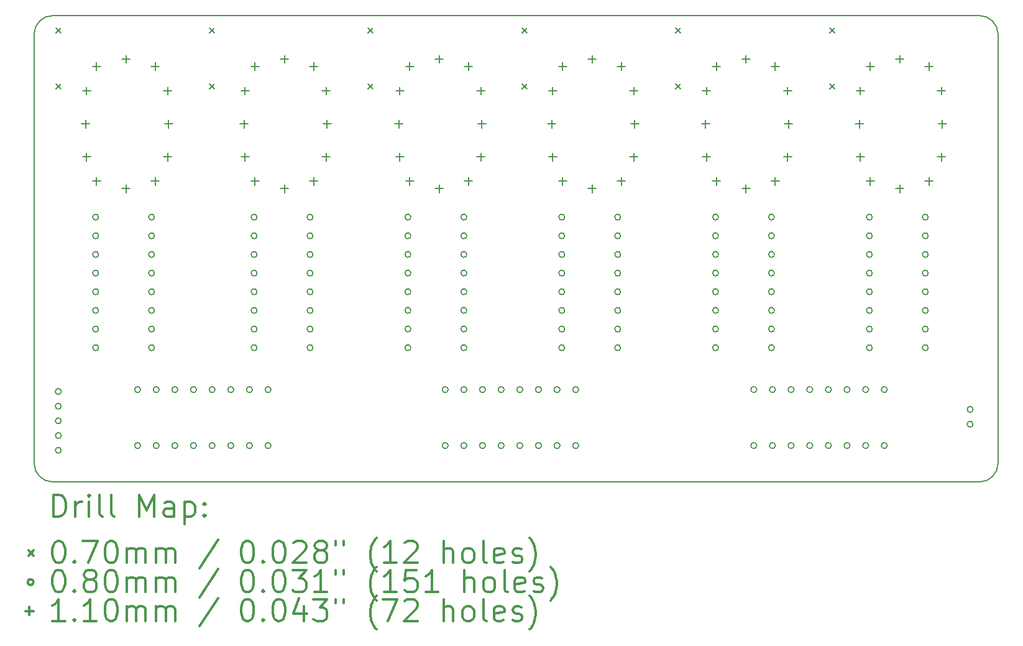
<source format=gbr>
%FSLAX45Y45*%
G04 Gerber Fmt 4.5, Leading zero omitted, Abs format (unit mm)*
G04 Created by KiCad (PCBNEW 4.0.7) date Sun Oct  1 03:05:29 2017*
%MOMM*%
%LPD*%
G01*
G04 APERTURE LIST*
%ADD10C,0.127000*%
%ADD11C,0.150000*%
%ADD12C,0.200000*%
%ADD13C,0.300000*%
G04 APERTURE END LIST*
D10*
D11*
X4064000Y-2286000D02*
G75*
G03X3810000Y-2540000I0J-254000D01*
G01*
X3810000Y-8382000D02*
G75*
G03X4064000Y-8636000I254000J0D01*
G01*
X16687800Y-8636000D02*
G75*
G03X16941800Y-8382000I0J254000D01*
G01*
X16941800Y-8382000D02*
X16941800Y-2540000D01*
X16941800Y-2540000D02*
G75*
G03X16687800Y-2286000I-254000J0D01*
G01*
X3810000Y-2540000D02*
X3810000Y-8382000D01*
X16687800Y-2286000D02*
X4064000Y-2286000D01*
X4064000Y-8636000D02*
X16687800Y-8636000D01*
D12*
X4105200Y-2454200D02*
X4175200Y-2524200D01*
X4175200Y-2454200D02*
X4105200Y-2524200D01*
X4105200Y-3216200D02*
X4175200Y-3286200D01*
X4175200Y-3216200D02*
X4105200Y-3286200D01*
X6200700Y-2454200D02*
X6270700Y-2524200D01*
X6270700Y-2454200D02*
X6200700Y-2524200D01*
X6200700Y-3216200D02*
X6270700Y-3286200D01*
X6270700Y-3216200D02*
X6200700Y-3286200D01*
X8359700Y-2454200D02*
X8429700Y-2524200D01*
X8429700Y-2454200D02*
X8359700Y-2524200D01*
X8359700Y-3216200D02*
X8429700Y-3286200D01*
X8429700Y-3216200D02*
X8359700Y-3286200D01*
X10455200Y-2454200D02*
X10525200Y-2524200D01*
X10525200Y-2454200D02*
X10455200Y-2524200D01*
X10455200Y-3216200D02*
X10525200Y-3286200D01*
X10525200Y-3216200D02*
X10455200Y-3286200D01*
X12550700Y-2454200D02*
X12620700Y-2524200D01*
X12620700Y-2454200D02*
X12550700Y-2524200D01*
X12550700Y-3216200D02*
X12620700Y-3286200D01*
X12620700Y-3216200D02*
X12550700Y-3286200D01*
X14646200Y-2454200D02*
X14716200Y-2524200D01*
X14716200Y-2454200D02*
X14646200Y-2524200D01*
X14646200Y-3216200D02*
X14716200Y-3286200D01*
X14716200Y-3216200D02*
X14646200Y-3286200D01*
X4180200Y-7404200D02*
G75*
G03X4180200Y-7404200I-40000J0D01*
G01*
X4180200Y-7604200D02*
G75*
G03X4180200Y-7604200I-40000J0D01*
G01*
X4180200Y-7804200D02*
G75*
G03X4180200Y-7804200I-40000J0D01*
G01*
X4180200Y-8004200D02*
G75*
G03X4180200Y-8004200I-40000J0D01*
G01*
X4180200Y-8204200D02*
G75*
G03X4180200Y-8204200I-40000J0D01*
G01*
X4688200Y-5029200D02*
G75*
G03X4688200Y-5029200I-40000J0D01*
G01*
X4688200Y-5283200D02*
G75*
G03X4688200Y-5283200I-40000J0D01*
G01*
X4688200Y-5537200D02*
G75*
G03X4688200Y-5537200I-40000J0D01*
G01*
X4688200Y-5791200D02*
G75*
G03X4688200Y-5791200I-40000J0D01*
G01*
X4688200Y-6045200D02*
G75*
G03X4688200Y-6045200I-40000J0D01*
G01*
X4688200Y-6299200D02*
G75*
G03X4688200Y-6299200I-40000J0D01*
G01*
X4688200Y-6553200D02*
G75*
G03X4688200Y-6553200I-40000J0D01*
G01*
X4688200Y-6807200D02*
G75*
G03X4688200Y-6807200I-40000J0D01*
G01*
X5259700Y-7378700D02*
G75*
G03X5259700Y-7378700I-40000J0D01*
G01*
X5259700Y-8140700D02*
G75*
G03X5259700Y-8140700I-40000J0D01*
G01*
X5450200Y-5029200D02*
G75*
G03X5450200Y-5029200I-40000J0D01*
G01*
X5450200Y-5283200D02*
G75*
G03X5450200Y-5283200I-40000J0D01*
G01*
X5450200Y-5537200D02*
G75*
G03X5450200Y-5537200I-40000J0D01*
G01*
X5450200Y-5791200D02*
G75*
G03X5450200Y-5791200I-40000J0D01*
G01*
X5450200Y-6045200D02*
G75*
G03X5450200Y-6045200I-40000J0D01*
G01*
X5450200Y-6299200D02*
G75*
G03X5450200Y-6299200I-40000J0D01*
G01*
X5450200Y-6553200D02*
G75*
G03X5450200Y-6553200I-40000J0D01*
G01*
X5450200Y-6807200D02*
G75*
G03X5450200Y-6807200I-40000J0D01*
G01*
X5513700Y-7378700D02*
G75*
G03X5513700Y-7378700I-40000J0D01*
G01*
X5513700Y-8140700D02*
G75*
G03X5513700Y-8140700I-40000J0D01*
G01*
X5767700Y-7378700D02*
G75*
G03X5767700Y-7378700I-40000J0D01*
G01*
X5767700Y-8140700D02*
G75*
G03X5767700Y-8140700I-40000J0D01*
G01*
X6021700Y-7378700D02*
G75*
G03X6021700Y-7378700I-40000J0D01*
G01*
X6021700Y-8140700D02*
G75*
G03X6021700Y-8140700I-40000J0D01*
G01*
X6275700Y-7378700D02*
G75*
G03X6275700Y-7378700I-40000J0D01*
G01*
X6275700Y-8140700D02*
G75*
G03X6275700Y-8140700I-40000J0D01*
G01*
X6529700Y-7378700D02*
G75*
G03X6529700Y-7378700I-40000J0D01*
G01*
X6529700Y-8140700D02*
G75*
G03X6529700Y-8140700I-40000J0D01*
G01*
X6783700Y-7378700D02*
G75*
G03X6783700Y-7378700I-40000J0D01*
G01*
X6783700Y-8140700D02*
G75*
G03X6783700Y-8140700I-40000J0D01*
G01*
X6847200Y-5029200D02*
G75*
G03X6847200Y-5029200I-40000J0D01*
G01*
X6847200Y-5283200D02*
G75*
G03X6847200Y-5283200I-40000J0D01*
G01*
X6847200Y-5537200D02*
G75*
G03X6847200Y-5537200I-40000J0D01*
G01*
X6847200Y-5791200D02*
G75*
G03X6847200Y-5791200I-40000J0D01*
G01*
X6847200Y-6045200D02*
G75*
G03X6847200Y-6045200I-40000J0D01*
G01*
X6847200Y-6299200D02*
G75*
G03X6847200Y-6299200I-40000J0D01*
G01*
X6847200Y-6553200D02*
G75*
G03X6847200Y-6553200I-40000J0D01*
G01*
X6847200Y-6807200D02*
G75*
G03X6847200Y-6807200I-40000J0D01*
G01*
X7037700Y-7378700D02*
G75*
G03X7037700Y-7378700I-40000J0D01*
G01*
X7037700Y-8140700D02*
G75*
G03X7037700Y-8140700I-40000J0D01*
G01*
X7609200Y-5029200D02*
G75*
G03X7609200Y-5029200I-40000J0D01*
G01*
X7609200Y-5283200D02*
G75*
G03X7609200Y-5283200I-40000J0D01*
G01*
X7609200Y-5537200D02*
G75*
G03X7609200Y-5537200I-40000J0D01*
G01*
X7609200Y-5791200D02*
G75*
G03X7609200Y-5791200I-40000J0D01*
G01*
X7609200Y-6045200D02*
G75*
G03X7609200Y-6045200I-40000J0D01*
G01*
X7609200Y-6299200D02*
G75*
G03X7609200Y-6299200I-40000J0D01*
G01*
X7609200Y-6553200D02*
G75*
G03X7609200Y-6553200I-40000J0D01*
G01*
X7609200Y-6807200D02*
G75*
G03X7609200Y-6807200I-40000J0D01*
G01*
X8942700Y-5029200D02*
G75*
G03X8942700Y-5029200I-40000J0D01*
G01*
X8942700Y-5283200D02*
G75*
G03X8942700Y-5283200I-40000J0D01*
G01*
X8942700Y-5537200D02*
G75*
G03X8942700Y-5537200I-40000J0D01*
G01*
X8942700Y-5791200D02*
G75*
G03X8942700Y-5791200I-40000J0D01*
G01*
X8942700Y-6045200D02*
G75*
G03X8942700Y-6045200I-40000J0D01*
G01*
X8942700Y-6299200D02*
G75*
G03X8942700Y-6299200I-40000J0D01*
G01*
X8942700Y-6553200D02*
G75*
G03X8942700Y-6553200I-40000J0D01*
G01*
X8942700Y-6807200D02*
G75*
G03X8942700Y-6807200I-40000J0D01*
G01*
X9450700Y-7378700D02*
G75*
G03X9450700Y-7378700I-40000J0D01*
G01*
X9450700Y-8140700D02*
G75*
G03X9450700Y-8140700I-40000J0D01*
G01*
X9704700Y-5029200D02*
G75*
G03X9704700Y-5029200I-40000J0D01*
G01*
X9704700Y-5283200D02*
G75*
G03X9704700Y-5283200I-40000J0D01*
G01*
X9704700Y-5537200D02*
G75*
G03X9704700Y-5537200I-40000J0D01*
G01*
X9704700Y-5791200D02*
G75*
G03X9704700Y-5791200I-40000J0D01*
G01*
X9704700Y-6045200D02*
G75*
G03X9704700Y-6045200I-40000J0D01*
G01*
X9704700Y-6299200D02*
G75*
G03X9704700Y-6299200I-40000J0D01*
G01*
X9704700Y-6553200D02*
G75*
G03X9704700Y-6553200I-40000J0D01*
G01*
X9704700Y-6807200D02*
G75*
G03X9704700Y-6807200I-40000J0D01*
G01*
X9704700Y-7378700D02*
G75*
G03X9704700Y-7378700I-40000J0D01*
G01*
X9704700Y-8140700D02*
G75*
G03X9704700Y-8140700I-40000J0D01*
G01*
X9958700Y-7378700D02*
G75*
G03X9958700Y-7378700I-40000J0D01*
G01*
X9958700Y-8140700D02*
G75*
G03X9958700Y-8140700I-40000J0D01*
G01*
X10212700Y-7378700D02*
G75*
G03X10212700Y-7378700I-40000J0D01*
G01*
X10212700Y-8140700D02*
G75*
G03X10212700Y-8140700I-40000J0D01*
G01*
X10466700Y-7378700D02*
G75*
G03X10466700Y-7378700I-40000J0D01*
G01*
X10466700Y-8140700D02*
G75*
G03X10466700Y-8140700I-40000J0D01*
G01*
X10720700Y-7378700D02*
G75*
G03X10720700Y-7378700I-40000J0D01*
G01*
X10720700Y-8140700D02*
G75*
G03X10720700Y-8140700I-40000J0D01*
G01*
X10974700Y-7378700D02*
G75*
G03X10974700Y-7378700I-40000J0D01*
G01*
X10974700Y-8140700D02*
G75*
G03X10974700Y-8140700I-40000J0D01*
G01*
X11038200Y-5029200D02*
G75*
G03X11038200Y-5029200I-40000J0D01*
G01*
X11038200Y-5283200D02*
G75*
G03X11038200Y-5283200I-40000J0D01*
G01*
X11038200Y-5537200D02*
G75*
G03X11038200Y-5537200I-40000J0D01*
G01*
X11038200Y-5791200D02*
G75*
G03X11038200Y-5791200I-40000J0D01*
G01*
X11038200Y-6045200D02*
G75*
G03X11038200Y-6045200I-40000J0D01*
G01*
X11038200Y-6299200D02*
G75*
G03X11038200Y-6299200I-40000J0D01*
G01*
X11038200Y-6553200D02*
G75*
G03X11038200Y-6553200I-40000J0D01*
G01*
X11038200Y-6807200D02*
G75*
G03X11038200Y-6807200I-40000J0D01*
G01*
X11228700Y-7378700D02*
G75*
G03X11228700Y-7378700I-40000J0D01*
G01*
X11228700Y-8140700D02*
G75*
G03X11228700Y-8140700I-40000J0D01*
G01*
X11800200Y-5029200D02*
G75*
G03X11800200Y-5029200I-40000J0D01*
G01*
X11800200Y-5283200D02*
G75*
G03X11800200Y-5283200I-40000J0D01*
G01*
X11800200Y-5537200D02*
G75*
G03X11800200Y-5537200I-40000J0D01*
G01*
X11800200Y-5791200D02*
G75*
G03X11800200Y-5791200I-40000J0D01*
G01*
X11800200Y-6045200D02*
G75*
G03X11800200Y-6045200I-40000J0D01*
G01*
X11800200Y-6299200D02*
G75*
G03X11800200Y-6299200I-40000J0D01*
G01*
X11800200Y-6553200D02*
G75*
G03X11800200Y-6553200I-40000J0D01*
G01*
X11800200Y-6807200D02*
G75*
G03X11800200Y-6807200I-40000J0D01*
G01*
X13133700Y-5029200D02*
G75*
G03X13133700Y-5029200I-40000J0D01*
G01*
X13133700Y-5283200D02*
G75*
G03X13133700Y-5283200I-40000J0D01*
G01*
X13133700Y-5537200D02*
G75*
G03X13133700Y-5537200I-40000J0D01*
G01*
X13133700Y-5791200D02*
G75*
G03X13133700Y-5791200I-40000J0D01*
G01*
X13133700Y-6045200D02*
G75*
G03X13133700Y-6045200I-40000J0D01*
G01*
X13133700Y-6299200D02*
G75*
G03X13133700Y-6299200I-40000J0D01*
G01*
X13133700Y-6553200D02*
G75*
G03X13133700Y-6553200I-40000J0D01*
G01*
X13133700Y-6807200D02*
G75*
G03X13133700Y-6807200I-40000J0D01*
G01*
X13654400Y-7378700D02*
G75*
G03X13654400Y-7378700I-40000J0D01*
G01*
X13654400Y-8140700D02*
G75*
G03X13654400Y-8140700I-40000J0D01*
G01*
X13895700Y-5029200D02*
G75*
G03X13895700Y-5029200I-40000J0D01*
G01*
X13895700Y-5283200D02*
G75*
G03X13895700Y-5283200I-40000J0D01*
G01*
X13895700Y-5537200D02*
G75*
G03X13895700Y-5537200I-40000J0D01*
G01*
X13895700Y-5791200D02*
G75*
G03X13895700Y-5791200I-40000J0D01*
G01*
X13895700Y-6045200D02*
G75*
G03X13895700Y-6045200I-40000J0D01*
G01*
X13895700Y-6299200D02*
G75*
G03X13895700Y-6299200I-40000J0D01*
G01*
X13895700Y-6553200D02*
G75*
G03X13895700Y-6553200I-40000J0D01*
G01*
X13895700Y-6807200D02*
G75*
G03X13895700Y-6807200I-40000J0D01*
G01*
X13908400Y-7378700D02*
G75*
G03X13908400Y-7378700I-40000J0D01*
G01*
X13908400Y-8140700D02*
G75*
G03X13908400Y-8140700I-40000J0D01*
G01*
X14162400Y-7378700D02*
G75*
G03X14162400Y-7378700I-40000J0D01*
G01*
X14162400Y-8140700D02*
G75*
G03X14162400Y-8140700I-40000J0D01*
G01*
X14416400Y-7378700D02*
G75*
G03X14416400Y-7378700I-40000J0D01*
G01*
X14416400Y-8140700D02*
G75*
G03X14416400Y-8140700I-40000J0D01*
G01*
X14670400Y-7378700D02*
G75*
G03X14670400Y-7378700I-40000J0D01*
G01*
X14670400Y-8140700D02*
G75*
G03X14670400Y-8140700I-40000J0D01*
G01*
X14924400Y-7378700D02*
G75*
G03X14924400Y-7378700I-40000J0D01*
G01*
X14924400Y-8140700D02*
G75*
G03X14924400Y-8140700I-40000J0D01*
G01*
X15178400Y-7378700D02*
G75*
G03X15178400Y-7378700I-40000J0D01*
G01*
X15178400Y-8140700D02*
G75*
G03X15178400Y-8140700I-40000J0D01*
G01*
X15229200Y-5029200D02*
G75*
G03X15229200Y-5029200I-40000J0D01*
G01*
X15229200Y-5283200D02*
G75*
G03X15229200Y-5283200I-40000J0D01*
G01*
X15229200Y-5537200D02*
G75*
G03X15229200Y-5537200I-40000J0D01*
G01*
X15229200Y-5791200D02*
G75*
G03X15229200Y-5791200I-40000J0D01*
G01*
X15229200Y-6045200D02*
G75*
G03X15229200Y-6045200I-40000J0D01*
G01*
X15229200Y-6299200D02*
G75*
G03X15229200Y-6299200I-40000J0D01*
G01*
X15229200Y-6553200D02*
G75*
G03X15229200Y-6553200I-40000J0D01*
G01*
X15229200Y-6807200D02*
G75*
G03X15229200Y-6807200I-40000J0D01*
G01*
X15432400Y-7378700D02*
G75*
G03X15432400Y-7378700I-40000J0D01*
G01*
X15432400Y-8140700D02*
G75*
G03X15432400Y-8140700I-40000J0D01*
G01*
X15991200Y-5029200D02*
G75*
G03X15991200Y-5029200I-40000J0D01*
G01*
X15991200Y-5283200D02*
G75*
G03X15991200Y-5283200I-40000J0D01*
G01*
X15991200Y-5537200D02*
G75*
G03X15991200Y-5537200I-40000J0D01*
G01*
X15991200Y-5791200D02*
G75*
G03X15991200Y-5791200I-40000J0D01*
G01*
X15991200Y-6045200D02*
G75*
G03X15991200Y-6045200I-40000J0D01*
G01*
X15991200Y-6299200D02*
G75*
G03X15991200Y-6299200I-40000J0D01*
G01*
X15991200Y-6553200D02*
G75*
G03X15991200Y-6553200I-40000J0D01*
G01*
X15991200Y-6807200D02*
G75*
G03X15991200Y-6807200I-40000J0D01*
G01*
X16600800Y-7648600D02*
G75*
G03X16600800Y-7648600I-40000J0D01*
G01*
X16600800Y-7848600D02*
G75*
G03X16600800Y-7848600I-40000J0D01*
G01*
X4511802Y-3704209D02*
X4511802Y-3814191D01*
X4456811Y-3759200D02*
X4566793Y-3759200D01*
X4524502Y-3254375D02*
X4524502Y-3364357D01*
X4469511Y-3309366D02*
X4579493Y-3309366D01*
X4524502Y-4154043D02*
X4524502Y-4264025D01*
X4469511Y-4209034D02*
X4579493Y-4209034D01*
X4661154Y-2922651D02*
X4661154Y-3032633D01*
X4606163Y-2977642D02*
X4716145Y-2977642D01*
X4661154Y-4485767D02*
X4661154Y-4595749D01*
X4606163Y-4540758D02*
X4716145Y-4540758D01*
X5060950Y-2822575D02*
X5060950Y-2932557D01*
X5005959Y-2877566D02*
X5115941Y-2877566D01*
X5060950Y-4585843D02*
X5060950Y-4695825D01*
X5005959Y-4640834D02*
X5115941Y-4640834D01*
X5460746Y-2922651D02*
X5460746Y-3032633D01*
X5405755Y-2977642D02*
X5515737Y-2977642D01*
X5460746Y-4485767D02*
X5460746Y-4595749D01*
X5405755Y-4540758D02*
X5515737Y-4540758D01*
X5629148Y-3254375D02*
X5629148Y-3364357D01*
X5574157Y-3309366D02*
X5684139Y-3309366D01*
X5629148Y-4154043D02*
X5629148Y-4264025D01*
X5574157Y-4209034D02*
X5684139Y-4209034D01*
X5641848Y-3704209D02*
X5641848Y-3814191D01*
X5586857Y-3759200D02*
X5696839Y-3759200D01*
X6670802Y-3704209D02*
X6670802Y-3814191D01*
X6615811Y-3759200D02*
X6725793Y-3759200D01*
X6683502Y-3254375D02*
X6683502Y-3364357D01*
X6628511Y-3309366D02*
X6738493Y-3309366D01*
X6683502Y-4154043D02*
X6683502Y-4264025D01*
X6628511Y-4209034D02*
X6738493Y-4209034D01*
X6820154Y-2922651D02*
X6820154Y-3032633D01*
X6765163Y-2977642D02*
X6875145Y-2977642D01*
X6820154Y-4485767D02*
X6820154Y-4595749D01*
X6765163Y-4540758D02*
X6875145Y-4540758D01*
X7219950Y-2822575D02*
X7219950Y-2932557D01*
X7164959Y-2877566D02*
X7274941Y-2877566D01*
X7219950Y-4585843D02*
X7219950Y-4695825D01*
X7164959Y-4640834D02*
X7274941Y-4640834D01*
X7619746Y-2922651D02*
X7619746Y-3032633D01*
X7564755Y-2977642D02*
X7674737Y-2977642D01*
X7619746Y-4485767D02*
X7619746Y-4595749D01*
X7564755Y-4540758D02*
X7674737Y-4540758D01*
X7788148Y-3254375D02*
X7788148Y-3364357D01*
X7733157Y-3309366D02*
X7843139Y-3309366D01*
X7788148Y-4154043D02*
X7788148Y-4264025D01*
X7733157Y-4209034D02*
X7843139Y-4209034D01*
X7800848Y-3704209D02*
X7800848Y-3814191D01*
X7745857Y-3759200D02*
X7855839Y-3759200D01*
X8779256Y-3704209D02*
X8779256Y-3814191D01*
X8724265Y-3759200D02*
X8834247Y-3759200D01*
X8791956Y-3254375D02*
X8791956Y-3364357D01*
X8736965Y-3309366D02*
X8846947Y-3309366D01*
X8791956Y-4154043D02*
X8791956Y-4264025D01*
X8736965Y-4209034D02*
X8846947Y-4209034D01*
X8928608Y-2922651D02*
X8928608Y-3032633D01*
X8873617Y-2977642D02*
X8983599Y-2977642D01*
X8928608Y-4485767D02*
X8928608Y-4595749D01*
X8873617Y-4540758D02*
X8983599Y-4540758D01*
X9328404Y-2822575D02*
X9328404Y-2932557D01*
X9273413Y-2877566D02*
X9383395Y-2877566D01*
X9328404Y-4585843D02*
X9328404Y-4695825D01*
X9273413Y-4640834D02*
X9383395Y-4640834D01*
X9728200Y-2922651D02*
X9728200Y-3032633D01*
X9673209Y-2977642D02*
X9783191Y-2977642D01*
X9728200Y-4485767D02*
X9728200Y-4595749D01*
X9673209Y-4540758D02*
X9783191Y-4540758D01*
X9896602Y-3254375D02*
X9896602Y-3364357D01*
X9841611Y-3309366D02*
X9951593Y-3309366D01*
X9896602Y-4154043D02*
X9896602Y-4264025D01*
X9841611Y-4209034D02*
X9951593Y-4209034D01*
X9909302Y-3704209D02*
X9909302Y-3814191D01*
X9854311Y-3759200D02*
X9964293Y-3759200D01*
X10861802Y-3704209D02*
X10861802Y-3814191D01*
X10806811Y-3759200D02*
X10916793Y-3759200D01*
X10874502Y-3254375D02*
X10874502Y-3364357D01*
X10819511Y-3309366D02*
X10929493Y-3309366D01*
X10874502Y-4154043D02*
X10874502Y-4264025D01*
X10819511Y-4209034D02*
X10929493Y-4209034D01*
X11011154Y-2922651D02*
X11011154Y-3032633D01*
X10956163Y-2977642D02*
X11066145Y-2977642D01*
X11011154Y-4485767D02*
X11011154Y-4595749D01*
X10956163Y-4540758D02*
X11066145Y-4540758D01*
X11410950Y-2822575D02*
X11410950Y-2932557D01*
X11355959Y-2877566D02*
X11465941Y-2877566D01*
X11410950Y-4585843D02*
X11410950Y-4695825D01*
X11355959Y-4640834D02*
X11465941Y-4640834D01*
X11810746Y-2922651D02*
X11810746Y-3032633D01*
X11755755Y-2977642D02*
X11865737Y-2977642D01*
X11810746Y-4485767D02*
X11810746Y-4595749D01*
X11755755Y-4540758D02*
X11865737Y-4540758D01*
X11979148Y-3254375D02*
X11979148Y-3364357D01*
X11924157Y-3309366D02*
X12034139Y-3309366D01*
X11979148Y-4154043D02*
X11979148Y-4264025D01*
X11924157Y-4209034D02*
X12034139Y-4209034D01*
X11991848Y-3704209D02*
X11991848Y-3814191D01*
X11936857Y-3759200D02*
X12046839Y-3759200D01*
X12957302Y-3704209D02*
X12957302Y-3814191D01*
X12902311Y-3759200D02*
X13012293Y-3759200D01*
X12970002Y-3254375D02*
X12970002Y-3364357D01*
X12915011Y-3309366D02*
X13024993Y-3309366D01*
X12970002Y-4154043D02*
X12970002Y-4264025D01*
X12915011Y-4209034D02*
X13024993Y-4209034D01*
X13106654Y-2922651D02*
X13106654Y-3032633D01*
X13051663Y-2977642D02*
X13161645Y-2977642D01*
X13106654Y-4485767D02*
X13106654Y-4595749D01*
X13051663Y-4540758D02*
X13161645Y-4540758D01*
X13506450Y-2822575D02*
X13506450Y-2932557D01*
X13451459Y-2877566D02*
X13561441Y-2877566D01*
X13506450Y-4585843D02*
X13506450Y-4695825D01*
X13451459Y-4640834D02*
X13561441Y-4640834D01*
X13906246Y-2922651D02*
X13906246Y-3032633D01*
X13851255Y-2977642D02*
X13961237Y-2977642D01*
X13906246Y-4485767D02*
X13906246Y-4595749D01*
X13851255Y-4540758D02*
X13961237Y-4540758D01*
X14074648Y-3254375D02*
X14074648Y-3364357D01*
X14019657Y-3309366D02*
X14129639Y-3309366D01*
X14074648Y-4154043D02*
X14074648Y-4264025D01*
X14019657Y-4209034D02*
X14129639Y-4209034D01*
X14087348Y-3704209D02*
X14087348Y-3814191D01*
X14032357Y-3759200D02*
X14142339Y-3759200D01*
X15052802Y-3704209D02*
X15052802Y-3814191D01*
X14997811Y-3759200D02*
X15107793Y-3759200D01*
X15065502Y-3254375D02*
X15065502Y-3364357D01*
X15010511Y-3309366D02*
X15120493Y-3309366D01*
X15065502Y-4154043D02*
X15065502Y-4264025D01*
X15010511Y-4209034D02*
X15120493Y-4209034D01*
X15202154Y-2922651D02*
X15202154Y-3032633D01*
X15147163Y-2977642D02*
X15257145Y-2977642D01*
X15202154Y-4485767D02*
X15202154Y-4595749D01*
X15147163Y-4540758D02*
X15257145Y-4540758D01*
X15601950Y-2822575D02*
X15601950Y-2932557D01*
X15546959Y-2877566D02*
X15656941Y-2877566D01*
X15601950Y-4585843D02*
X15601950Y-4695825D01*
X15546959Y-4640834D02*
X15656941Y-4640834D01*
X16001746Y-2922651D02*
X16001746Y-3032633D01*
X15946755Y-2977642D02*
X16056737Y-2977642D01*
X16001746Y-4485767D02*
X16001746Y-4595749D01*
X15946755Y-4540758D02*
X16056737Y-4540758D01*
X16170148Y-3254375D02*
X16170148Y-3364357D01*
X16115157Y-3309366D02*
X16225139Y-3309366D01*
X16170148Y-4154043D02*
X16170148Y-4264025D01*
X16115157Y-4209034D02*
X16225139Y-4209034D01*
X16182848Y-3704209D02*
X16182848Y-3814191D01*
X16127857Y-3759200D02*
X16237839Y-3759200D01*
D13*
X4073928Y-9109214D02*
X4073928Y-8809214D01*
X4145357Y-8809214D01*
X4188214Y-8823500D01*
X4216786Y-8852072D01*
X4231071Y-8880643D01*
X4245357Y-8937786D01*
X4245357Y-8980643D01*
X4231071Y-9037786D01*
X4216786Y-9066357D01*
X4188214Y-9094929D01*
X4145357Y-9109214D01*
X4073928Y-9109214D01*
X4373929Y-9109214D02*
X4373929Y-8909214D01*
X4373929Y-8966357D02*
X4388214Y-8937786D01*
X4402500Y-8923500D01*
X4431071Y-8909214D01*
X4459643Y-8909214D01*
X4559643Y-9109214D02*
X4559643Y-8909214D01*
X4559643Y-8809214D02*
X4545357Y-8823500D01*
X4559643Y-8837786D01*
X4573929Y-8823500D01*
X4559643Y-8809214D01*
X4559643Y-8837786D01*
X4745357Y-9109214D02*
X4716786Y-9094929D01*
X4702500Y-9066357D01*
X4702500Y-8809214D01*
X4902500Y-9109214D02*
X4873929Y-9094929D01*
X4859643Y-9066357D01*
X4859643Y-8809214D01*
X5245357Y-9109214D02*
X5245357Y-8809214D01*
X5345357Y-9023500D01*
X5445357Y-8809214D01*
X5445357Y-9109214D01*
X5716786Y-9109214D02*
X5716786Y-8952072D01*
X5702500Y-8923500D01*
X5673928Y-8909214D01*
X5616786Y-8909214D01*
X5588214Y-8923500D01*
X5716786Y-9094929D02*
X5688214Y-9109214D01*
X5616786Y-9109214D01*
X5588214Y-9094929D01*
X5573929Y-9066357D01*
X5573929Y-9037786D01*
X5588214Y-9009214D01*
X5616786Y-8994929D01*
X5688214Y-8994929D01*
X5716786Y-8980643D01*
X5859643Y-8909214D02*
X5859643Y-9209214D01*
X5859643Y-8923500D02*
X5888214Y-8909214D01*
X5945357Y-8909214D01*
X5973928Y-8923500D01*
X5988214Y-8937786D01*
X6002500Y-8966357D01*
X6002500Y-9052072D01*
X5988214Y-9080643D01*
X5973928Y-9094929D01*
X5945357Y-9109214D01*
X5888214Y-9109214D01*
X5859643Y-9094929D01*
X6131071Y-9080643D02*
X6145357Y-9094929D01*
X6131071Y-9109214D01*
X6116786Y-9094929D01*
X6131071Y-9080643D01*
X6131071Y-9109214D01*
X6131071Y-8923500D02*
X6145357Y-8937786D01*
X6131071Y-8952072D01*
X6116786Y-8937786D01*
X6131071Y-8923500D01*
X6131071Y-8952072D01*
X3732500Y-9568500D02*
X3802500Y-9638500D01*
X3802500Y-9568500D02*
X3732500Y-9638500D01*
X4131071Y-9439214D02*
X4159643Y-9439214D01*
X4188214Y-9453500D01*
X4202500Y-9467786D01*
X4216786Y-9496357D01*
X4231071Y-9553500D01*
X4231071Y-9624929D01*
X4216786Y-9682072D01*
X4202500Y-9710643D01*
X4188214Y-9724929D01*
X4159643Y-9739214D01*
X4131071Y-9739214D01*
X4102500Y-9724929D01*
X4088214Y-9710643D01*
X4073928Y-9682072D01*
X4059643Y-9624929D01*
X4059643Y-9553500D01*
X4073928Y-9496357D01*
X4088214Y-9467786D01*
X4102500Y-9453500D01*
X4131071Y-9439214D01*
X4359643Y-9710643D02*
X4373929Y-9724929D01*
X4359643Y-9739214D01*
X4345357Y-9724929D01*
X4359643Y-9710643D01*
X4359643Y-9739214D01*
X4473928Y-9439214D02*
X4673928Y-9439214D01*
X4545357Y-9739214D01*
X4845357Y-9439214D02*
X4873929Y-9439214D01*
X4902500Y-9453500D01*
X4916786Y-9467786D01*
X4931071Y-9496357D01*
X4945357Y-9553500D01*
X4945357Y-9624929D01*
X4931071Y-9682072D01*
X4916786Y-9710643D01*
X4902500Y-9724929D01*
X4873929Y-9739214D01*
X4845357Y-9739214D01*
X4816786Y-9724929D01*
X4802500Y-9710643D01*
X4788214Y-9682072D01*
X4773929Y-9624929D01*
X4773929Y-9553500D01*
X4788214Y-9496357D01*
X4802500Y-9467786D01*
X4816786Y-9453500D01*
X4845357Y-9439214D01*
X5073929Y-9739214D02*
X5073929Y-9539214D01*
X5073929Y-9567786D02*
X5088214Y-9553500D01*
X5116786Y-9539214D01*
X5159643Y-9539214D01*
X5188214Y-9553500D01*
X5202500Y-9582072D01*
X5202500Y-9739214D01*
X5202500Y-9582072D02*
X5216786Y-9553500D01*
X5245357Y-9539214D01*
X5288214Y-9539214D01*
X5316786Y-9553500D01*
X5331071Y-9582072D01*
X5331071Y-9739214D01*
X5473929Y-9739214D02*
X5473929Y-9539214D01*
X5473929Y-9567786D02*
X5488214Y-9553500D01*
X5516786Y-9539214D01*
X5559643Y-9539214D01*
X5588214Y-9553500D01*
X5602500Y-9582072D01*
X5602500Y-9739214D01*
X5602500Y-9582072D02*
X5616786Y-9553500D01*
X5645357Y-9539214D01*
X5688214Y-9539214D01*
X5716786Y-9553500D01*
X5731071Y-9582072D01*
X5731071Y-9739214D01*
X6316786Y-9424929D02*
X6059643Y-9810643D01*
X6702500Y-9439214D02*
X6731071Y-9439214D01*
X6759643Y-9453500D01*
X6773928Y-9467786D01*
X6788214Y-9496357D01*
X6802500Y-9553500D01*
X6802500Y-9624929D01*
X6788214Y-9682072D01*
X6773928Y-9710643D01*
X6759643Y-9724929D01*
X6731071Y-9739214D01*
X6702500Y-9739214D01*
X6673928Y-9724929D01*
X6659643Y-9710643D01*
X6645357Y-9682072D01*
X6631071Y-9624929D01*
X6631071Y-9553500D01*
X6645357Y-9496357D01*
X6659643Y-9467786D01*
X6673928Y-9453500D01*
X6702500Y-9439214D01*
X6931071Y-9710643D02*
X6945357Y-9724929D01*
X6931071Y-9739214D01*
X6916786Y-9724929D01*
X6931071Y-9710643D01*
X6931071Y-9739214D01*
X7131071Y-9439214D02*
X7159643Y-9439214D01*
X7188214Y-9453500D01*
X7202500Y-9467786D01*
X7216785Y-9496357D01*
X7231071Y-9553500D01*
X7231071Y-9624929D01*
X7216785Y-9682072D01*
X7202500Y-9710643D01*
X7188214Y-9724929D01*
X7159643Y-9739214D01*
X7131071Y-9739214D01*
X7102500Y-9724929D01*
X7088214Y-9710643D01*
X7073928Y-9682072D01*
X7059643Y-9624929D01*
X7059643Y-9553500D01*
X7073928Y-9496357D01*
X7088214Y-9467786D01*
X7102500Y-9453500D01*
X7131071Y-9439214D01*
X7345357Y-9467786D02*
X7359643Y-9453500D01*
X7388214Y-9439214D01*
X7459643Y-9439214D01*
X7488214Y-9453500D01*
X7502500Y-9467786D01*
X7516785Y-9496357D01*
X7516785Y-9524929D01*
X7502500Y-9567786D01*
X7331071Y-9739214D01*
X7516785Y-9739214D01*
X7688214Y-9567786D02*
X7659643Y-9553500D01*
X7645357Y-9539214D01*
X7631071Y-9510643D01*
X7631071Y-9496357D01*
X7645357Y-9467786D01*
X7659643Y-9453500D01*
X7688214Y-9439214D01*
X7745357Y-9439214D01*
X7773928Y-9453500D01*
X7788214Y-9467786D01*
X7802500Y-9496357D01*
X7802500Y-9510643D01*
X7788214Y-9539214D01*
X7773928Y-9553500D01*
X7745357Y-9567786D01*
X7688214Y-9567786D01*
X7659643Y-9582072D01*
X7645357Y-9596357D01*
X7631071Y-9624929D01*
X7631071Y-9682072D01*
X7645357Y-9710643D01*
X7659643Y-9724929D01*
X7688214Y-9739214D01*
X7745357Y-9739214D01*
X7773928Y-9724929D01*
X7788214Y-9710643D01*
X7802500Y-9682072D01*
X7802500Y-9624929D01*
X7788214Y-9596357D01*
X7773928Y-9582072D01*
X7745357Y-9567786D01*
X7916786Y-9439214D02*
X7916786Y-9496357D01*
X8031071Y-9439214D02*
X8031071Y-9496357D01*
X8473928Y-9853500D02*
X8459643Y-9839214D01*
X8431071Y-9796357D01*
X8416786Y-9767786D01*
X8402500Y-9724929D01*
X8388214Y-9653500D01*
X8388214Y-9596357D01*
X8402500Y-9524929D01*
X8416786Y-9482072D01*
X8431071Y-9453500D01*
X8459643Y-9410643D01*
X8473928Y-9396357D01*
X8745357Y-9739214D02*
X8573928Y-9739214D01*
X8659643Y-9739214D02*
X8659643Y-9439214D01*
X8631071Y-9482072D01*
X8602500Y-9510643D01*
X8573928Y-9524929D01*
X8859643Y-9467786D02*
X8873928Y-9453500D01*
X8902500Y-9439214D01*
X8973928Y-9439214D01*
X9002500Y-9453500D01*
X9016786Y-9467786D01*
X9031071Y-9496357D01*
X9031071Y-9524929D01*
X9016786Y-9567786D01*
X8845357Y-9739214D01*
X9031071Y-9739214D01*
X9388214Y-9739214D02*
X9388214Y-9439214D01*
X9516786Y-9739214D02*
X9516786Y-9582072D01*
X9502500Y-9553500D01*
X9473928Y-9539214D01*
X9431071Y-9539214D01*
X9402500Y-9553500D01*
X9388214Y-9567786D01*
X9702500Y-9739214D02*
X9673928Y-9724929D01*
X9659643Y-9710643D01*
X9645357Y-9682072D01*
X9645357Y-9596357D01*
X9659643Y-9567786D01*
X9673928Y-9553500D01*
X9702500Y-9539214D01*
X9745357Y-9539214D01*
X9773928Y-9553500D01*
X9788214Y-9567786D01*
X9802500Y-9596357D01*
X9802500Y-9682072D01*
X9788214Y-9710643D01*
X9773928Y-9724929D01*
X9745357Y-9739214D01*
X9702500Y-9739214D01*
X9973928Y-9739214D02*
X9945357Y-9724929D01*
X9931071Y-9696357D01*
X9931071Y-9439214D01*
X10202500Y-9724929D02*
X10173929Y-9739214D01*
X10116786Y-9739214D01*
X10088214Y-9724929D01*
X10073929Y-9696357D01*
X10073929Y-9582072D01*
X10088214Y-9553500D01*
X10116786Y-9539214D01*
X10173929Y-9539214D01*
X10202500Y-9553500D01*
X10216786Y-9582072D01*
X10216786Y-9610643D01*
X10073929Y-9639214D01*
X10331071Y-9724929D02*
X10359643Y-9739214D01*
X10416786Y-9739214D01*
X10445357Y-9724929D01*
X10459643Y-9696357D01*
X10459643Y-9682072D01*
X10445357Y-9653500D01*
X10416786Y-9639214D01*
X10373929Y-9639214D01*
X10345357Y-9624929D01*
X10331071Y-9596357D01*
X10331071Y-9582072D01*
X10345357Y-9553500D01*
X10373929Y-9539214D01*
X10416786Y-9539214D01*
X10445357Y-9553500D01*
X10559643Y-9853500D02*
X10573929Y-9839214D01*
X10602500Y-9796357D01*
X10616786Y-9767786D01*
X10631071Y-9724929D01*
X10645357Y-9653500D01*
X10645357Y-9596357D01*
X10631071Y-9524929D01*
X10616786Y-9482072D01*
X10602500Y-9453500D01*
X10573929Y-9410643D01*
X10559643Y-9396357D01*
X3802500Y-9999500D02*
G75*
G03X3802500Y-9999500I-40000J0D01*
G01*
X4131071Y-9835214D02*
X4159643Y-9835214D01*
X4188214Y-9849500D01*
X4202500Y-9863786D01*
X4216786Y-9892357D01*
X4231071Y-9949500D01*
X4231071Y-10020929D01*
X4216786Y-10078072D01*
X4202500Y-10106643D01*
X4188214Y-10120929D01*
X4159643Y-10135214D01*
X4131071Y-10135214D01*
X4102500Y-10120929D01*
X4088214Y-10106643D01*
X4073928Y-10078072D01*
X4059643Y-10020929D01*
X4059643Y-9949500D01*
X4073928Y-9892357D01*
X4088214Y-9863786D01*
X4102500Y-9849500D01*
X4131071Y-9835214D01*
X4359643Y-10106643D02*
X4373929Y-10120929D01*
X4359643Y-10135214D01*
X4345357Y-10120929D01*
X4359643Y-10106643D01*
X4359643Y-10135214D01*
X4545357Y-9963786D02*
X4516786Y-9949500D01*
X4502500Y-9935214D01*
X4488214Y-9906643D01*
X4488214Y-9892357D01*
X4502500Y-9863786D01*
X4516786Y-9849500D01*
X4545357Y-9835214D01*
X4602500Y-9835214D01*
X4631071Y-9849500D01*
X4645357Y-9863786D01*
X4659643Y-9892357D01*
X4659643Y-9906643D01*
X4645357Y-9935214D01*
X4631071Y-9949500D01*
X4602500Y-9963786D01*
X4545357Y-9963786D01*
X4516786Y-9978072D01*
X4502500Y-9992357D01*
X4488214Y-10020929D01*
X4488214Y-10078072D01*
X4502500Y-10106643D01*
X4516786Y-10120929D01*
X4545357Y-10135214D01*
X4602500Y-10135214D01*
X4631071Y-10120929D01*
X4645357Y-10106643D01*
X4659643Y-10078072D01*
X4659643Y-10020929D01*
X4645357Y-9992357D01*
X4631071Y-9978072D01*
X4602500Y-9963786D01*
X4845357Y-9835214D02*
X4873929Y-9835214D01*
X4902500Y-9849500D01*
X4916786Y-9863786D01*
X4931071Y-9892357D01*
X4945357Y-9949500D01*
X4945357Y-10020929D01*
X4931071Y-10078072D01*
X4916786Y-10106643D01*
X4902500Y-10120929D01*
X4873929Y-10135214D01*
X4845357Y-10135214D01*
X4816786Y-10120929D01*
X4802500Y-10106643D01*
X4788214Y-10078072D01*
X4773929Y-10020929D01*
X4773929Y-9949500D01*
X4788214Y-9892357D01*
X4802500Y-9863786D01*
X4816786Y-9849500D01*
X4845357Y-9835214D01*
X5073929Y-10135214D02*
X5073929Y-9935214D01*
X5073929Y-9963786D02*
X5088214Y-9949500D01*
X5116786Y-9935214D01*
X5159643Y-9935214D01*
X5188214Y-9949500D01*
X5202500Y-9978072D01*
X5202500Y-10135214D01*
X5202500Y-9978072D02*
X5216786Y-9949500D01*
X5245357Y-9935214D01*
X5288214Y-9935214D01*
X5316786Y-9949500D01*
X5331071Y-9978072D01*
X5331071Y-10135214D01*
X5473929Y-10135214D02*
X5473929Y-9935214D01*
X5473929Y-9963786D02*
X5488214Y-9949500D01*
X5516786Y-9935214D01*
X5559643Y-9935214D01*
X5588214Y-9949500D01*
X5602500Y-9978072D01*
X5602500Y-10135214D01*
X5602500Y-9978072D02*
X5616786Y-9949500D01*
X5645357Y-9935214D01*
X5688214Y-9935214D01*
X5716786Y-9949500D01*
X5731071Y-9978072D01*
X5731071Y-10135214D01*
X6316786Y-9820929D02*
X6059643Y-10206643D01*
X6702500Y-9835214D02*
X6731071Y-9835214D01*
X6759643Y-9849500D01*
X6773928Y-9863786D01*
X6788214Y-9892357D01*
X6802500Y-9949500D01*
X6802500Y-10020929D01*
X6788214Y-10078072D01*
X6773928Y-10106643D01*
X6759643Y-10120929D01*
X6731071Y-10135214D01*
X6702500Y-10135214D01*
X6673928Y-10120929D01*
X6659643Y-10106643D01*
X6645357Y-10078072D01*
X6631071Y-10020929D01*
X6631071Y-9949500D01*
X6645357Y-9892357D01*
X6659643Y-9863786D01*
X6673928Y-9849500D01*
X6702500Y-9835214D01*
X6931071Y-10106643D02*
X6945357Y-10120929D01*
X6931071Y-10135214D01*
X6916786Y-10120929D01*
X6931071Y-10106643D01*
X6931071Y-10135214D01*
X7131071Y-9835214D02*
X7159643Y-9835214D01*
X7188214Y-9849500D01*
X7202500Y-9863786D01*
X7216785Y-9892357D01*
X7231071Y-9949500D01*
X7231071Y-10020929D01*
X7216785Y-10078072D01*
X7202500Y-10106643D01*
X7188214Y-10120929D01*
X7159643Y-10135214D01*
X7131071Y-10135214D01*
X7102500Y-10120929D01*
X7088214Y-10106643D01*
X7073928Y-10078072D01*
X7059643Y-10020929D01*
X7059643Y-9949500D01*
X7073928Y-9892357D01*
X7088214Y-9863786D01*
X7102500Y-9849500D01*
X7131071Y-9835214D01*
X7331071Y-9835214D02*
X7516785Y-9835214D01*
X7416785Y-9949500D01*
X7459643Y-9949500D01*
X7488214Y-9963786D01*
X7502500Y-9978072D01*
X7516785Y-10006643D01*
X7516785Y-10078072D01*
X7502500Y-10106643D01*
X7488214Y-10120929D01*
X7459643Y-10135214D01*
X7373928Y-10135214D01*
X7345357Y-10120929D01*
X7331071Y-10106643D01*
X7802500Y-10135214D02*
X7631071Y-10135214D01*
X7716785Y-10135214D02*
X7716785Y-9835214D01*
X7688214Y-9878072D01*
X7659643Y-9906643D01*
X7631071Y-9920929D01*
X7916786Y-9835214D02*
X7916786Y-9892357D01*
X8031071Y-9835214D02*
X8031071Y-9892357D01*
X8473928Y-10249500D02*
X8459643Y-10235214D01*
X8431071Y-10192357D01*
X8416786Y-10163786D01*
X8402500Y-10120929D01*
X8388214Y-10049500D01*
X8388214Y-9992357D01*
X8402500Y-9920929D01*
X8416786Y-9878072D01*
X8431071Y-9849500D01*
X8459643Y-9806643D01*
X8473928Y-9792357D01*
X8745357Y-10135214D02*
X8573928Y-10135214D01*
X8659643Y-10135214D02*
X8659643Y-9835214D01*
X8631071Y-9878072D01*
X8602500Y-9906643D01*
X8573928Y-9920929D01*
X9016786Y-9835214D02*
X8873928Y-9835214D01*
X8859643Y-9978072D01*
X8873928Y-9963786D01*
X8902500Y-9949500D01*
X8973928Y-9949500D01*
X9002500Y-9963786D01*
X9016786Y-9978072D01*
X9031071Y-10006643D01*
X9031071Y-10078072D01*
X9016786Y-10106643D01*
X9002500Y-10120929D01*
X8973928Y-10135214D01*
X8902500Y-10135214D01*
X8873928Y-10120929D01*
X8859643Y-10106643D01*
X9316786Y-10135214D02*
X9145357Y-10135214D01*
X9231071Y-10135214D02*
X9231071Y-9835214D01*
X9202500Y-9878072D01*
X9173928Y-9906643D01*
X9145357Y-9920929D01*
X9673928Y-10135214D02*
X9673928Y-9835214D01*
X9802500Y-10135214D02*
X9802500Y-9978072D01*
X9788214Y-9949500D01*
X9759643Y-9935214D01*
X9716786Y-9935214D01*
X9688214Y-9949500D01*
X9673928Y-9963786D01*
X9988214Y-10135214D02*
X9959643Y-10120929D01*
X9945357Y-10106643D01*
X9931071Y-10078072D01*
X9931071Y-9992357D01*
X9945357Y-9963786D01*
X9959643Y-9949500D01*
X9988214Y-9935214D01*
X10031071Y-9935214D01*
X10059643Y-9949500D01*
X10073928Y-9963786D01*
X10088214Y-9992357D01*
X10088214Y-10078072D01*
X10073928Y-10106643D01*
X10059643Y-10120929D01*
X10031071Y-10135214D01*
X9988214Y-10135214D01*
X10259643Y-10135214D02*
X10231071Y-10120929D01*
X10216786Y-10092357D01*
X10216786Y-9835214D01*
X10488214Y-10120929D02*
X10459643Y-10135214D01*
X10402500Y-10135214D01*
X10373929Y-10120929D01*
X10359643Y-10092357D01*
X10359643Y-9978072D01*
X10373929Y-9949500D01*
X10402500Y-9935214D01*
X10459643Y-9935214D01*
X10488214Y-9949500D01*
X10502500Y-9978072D01*
X10502500Y-10006643D01*
X10359643Y-10035214D01*
X10616786Y-10120929D02*
X10645357Y-10135214D01*
X10702500Y-10135214D01*
X10731071Y-10120929D01*
X10745357Y-10092357D01*
X10745357Y-10078072D01*
X10731071Y-10049500D01*
X10702500Y-10035214D01*
X10659643Y-10035214D01*
X10631071Y-10020929D01*
X10616786Y-9992357D01*
X10616786Y-9978072D01*
X10631071Y-9949500D01*
X10659643Y-9935214D01*
X10702500Y-9935214D01*
X10731071Y-9949500D01*
X10845357Y-10249500D02*
X10859643Y-10235214D01*
X10888214Y-10192357D01*
X10902500Y-10163786D01*
X10916786Y-10120929D01*
X10931071Y-10049500D01*
X10931071Y-9992357D01*
X10916786Y-9920929D01*
X10902500Y-9878072D01*
X10888214Y-9849500D01*
X10859643Y-9806643D01*
X10845357Y-9792357D01*
X3747509Y-10340509D02*
X3747509Y-10450491D01*
X3692518Y-10395500D02*
X3802500Y-10395500D01*
X4231071Y-10531214D02*
X4059643Y-10531214D01*
X4145357Y-10531214D02*
X4145357Y-10231214D01*
X4116786Y-10274072D01*
X4088214Y-10302643D01*
X4059643Y-10316929D01*
X4359643Y-10502643D02*
X4373929Y-10516929D01*
X4359643Y-10531214D01*
X4345357Y-10516929D01*
X4359643Y-10502643D01*
X4359643Y-10531214D01*
X4659643Y-10531214D02*
X4488214Y-10531214D01*
X4573928Y-10531214D02*
X4573928Y-10231214D01*
X4545357Y-10274072D01*
X4516786Y-10302643D01*
X4488214Y-10316929D01*
X4845357Y-10231214D02*
X4873929Y-10231214D01*
X4902500Y-10245500D01*
X4916786Y-10259786D01*
X4931071Y-10288357D01*
X4945357Y-10345500D01*
X4945357Y-10416929D01*
X4931071Y-10474072D01*
X4916786Y-10502643D01*
X4902500Y-10516929D01*
X4873929Y-10531214D01*
X4845357Y-10531214D01*
X4816786Y-10516929D01*
X4802500Y-10502643D01*
X4788214Y-10474072D01*
X4773929Y-10416929D01*
X4773929Y-10345500D01*
X4788214Y-10288357D01*
X4802500Y-10259786D01*
X4816786Y-10245500D01*
X4845357Y-10231214D01*
X5073929Y-10531214D02*
X5073929Y-10331214D01*
X5073929Y-10359786D02*
X5088214Y-10345500D01*
X5116786Y-10331214D01*
X5159643Y-10331214D01*
X5188214Y-10345500D01*
X5202500Y-10374072D01*
X5202500Y-10531214D01*
X5202500Y-10374072D02*
X5216786Y-10345500D01*
X5245357Y-10331214D01*
X5288214Y-10331214D01*
X5316786Y-10345500D01*
X5331071Y-10374072D01*
X5331071Y-10531214D01*
X5473929Y-10531214D02*
X5473929Y-10331214D01*
X5473929Y-10359786D02*
X5488214Y-10345500D01*
X5516786Y-10331214D01*
X5559643Y-10331214D01*
X5588214Y-10345500D01*
X5602500Y-10374072D01*
X5602500Y-10531214D01*
X5602500Y-10374072D02*
X5616786Y-10345500D01*
X5645357Y-10331214D01*
X5688214Y-10331214D01*
X5716786Y-10345500D01*
X5731071Y-10374072D01*
X5731071Y-10531214D01*
X6316786Y-10216929D02*
X6059643Y-10602643D01*
X6702500Y-10231214D02*
X6731071Y-10231214D01*
X6759643Y-10245500D01*
X6773928Y-10259786D01*
X6788214Y-10288357D01*
X6802500Y-10345500D01*
X6802500Y-10416929D01*
X6788214Y-10474072D01*
X6773928Y-10502643D01*
X6759643Y-10516929D01*
X6731071Y-10531214D01*
X6702500Y-10531214D01*
X6673928Y-10516929D01*
X6659643Y-10502643D01*
X6645357Y-10474072D01*
X6631071Y-10416929D01*
X6631071Y-10345500D01*
X6645357Y-10288357D01*
X6659643Y-10259786D01*
X6673928Y-10245500D01*
X6702500Y-10231214D01*
X6931071Y-10502643D02*
X6945357Y-10516929D01*
X6931071Y-10531214D01*
X6916786Y-10516929D01*
X6931071Y-10502643D01*
X6931071Y-10531214D01*
X7131071Y-10231214D02*
X7159643Y-10231214D01*
X7188214Y-10245500D01*
X7202500Y-10259786D01*
X7216785Y-10288357D01*
X7231071Y-10345500D01*
X7231071Y-10416929D01*
X7216785Y-10474072D01*
X7202500Y-10502643D01*
X7188214Y-10516929D01*
X7159643Y-10531214D01*
X7131071Y-10531214D01*
X7102500Y-10516929D01*
X7088214Y-10502643D01*
X7073928Y-10474072D01*
X7059643Y-10416929D01*
X7059643Y-10345500D01*
X7073928Y-10288357D01*
X7088214Y-10259786D01*
X7102500Y-10245500D01*
X7131071Y-10231214D01*
X7488214Y-10331214D02*
X7488214Y-10531214D01*
X7416785Y-10216929D02*
X7345357Y-10431214D01*
X7531071Y-10431214D01*
X7616785Y-10231214D02*
X7802500Y-10231214D01*
X7702500Y-10345500D01*
X7745357Y-10345500D01*
X7773928Y-10359786D01*
X7788214Y-10374072D01*
X7802500Y-10402643D01*
X7802500Y-10474072D01*
X7788214Y-10502643D01*
X7773928Y-10516929D01*
X7745357Y-10531214D01*
X7659643Y-10531214D01*
X7631071Y-10516929D01*
X7616785Y-10502643D01*
X7916786Y-10231214D02*
X7916786Y-10288357D01*
X8031071Y-10231214D02*
X8031071Y-10288357D01*
X8473928Y-10645500D02*
X8459643Y-10631214D01*
X8431071Y-10588357D01*
X8416786Y-10559786D01*
X8402500Y-10516929D01*
X8388214Y-10445500D01*
X8388214Y-10388357D01*
X8402500Y-10316929D01*
X8416786Y-10274072D01*
X8431071Y-10245500D01*
X8459643Y-10202643D01*
X8473928Y-10188357D01*
X8559643Y-10231214D02*
X8759643Y-10231214D01*
X8631071Y-10531214D01*
X8859643Y-10259786D02*
X8873928Y-10245500D01*
X8902500Y-10231214D01*
X8973928Y-10231214D01*
X9002500Y-10245500D01*
X9016786Y-10259786D01*
X9031071Y-10288357D01*
X9031071Y-10316929D01*
X9016786Y-10359786D01*
X8845357Y-10531214D01*
X9031071Y-10531214D01*
X9388214Y-10531214D02*
X9388214Y-10231214D01*
X9516786Y-10531214D02*
X9516786Y-10374072D01*
X9502500Y-10345500D01*
X9473928Y-10331214D01*
X9431071Y-10331214D01*
X9402500Y-10345500D01*
X9388214Y-10359786D01*
X9702500Y-10531214D02*
X9673928Y-10516929D01*
X9659643Y-10502643D01*
X9645357Y-10474072D01*
X9645357Y-10388357D01*
X9659643Y-10359786D01*
X9673928Y-10345500D01*
X9702500Y-10331214D01*
X9745357Y-10331214D01*
X9773928Y-10345500D01*
X9788214Y-10359786D01*
X9802500Y-10388357D01*
X9802500Y-10474072D01*
X9788214Y-10502643D01*
X9773928Y-10516929D01*
X9745357Y-10531214D01*
X9702500Y-10531214D01*
X9973928Y-10531214D02*
X9945357Y-10516929D01*
X9931071Y-10488357D01*
X9931071Y-10231214D01*
X10202500Y-10516929D02*
X10173929Y-10531214D01*
X10116786Y-10531214D01*
X10088214Y-10516929D01*
X10073929Y-10488357D01*
X10073929Y-10374072D01*
X10088214Y-10345500D01*
X10116786Y-10331214D01*
X10173929Y-10331214D01*
X10202500Y-10345500D01*
X10216786Y-10374072D01*
X10216786Y-10402643D01*
X10073929Y-10431214D01*
X10331071Y-10516929D02*
X10359643Y-10531214D01*
X10416786Y-10531214D01*
X10445357Y-10516929D01*
X10459643Y-10488357D01*
X10459643Y-10474072D01*
X10445357Y-10445500D01*
X10416786Y-10431214D01*
X10373929Y-10431214D01*
X10345357Y-10416929D01*
X10331071Y-10388357D01*
X10331071Y-10374072D01*
X10345357Y-10345500D01*
X10373929Y-10331214D01*
X10416786Y-10331214D01*
X10445357Y-10345500D01*
X10559643Y-10645500D02*
X10573929Y-10631214D01*
X10602500Y-10588357D01*
X10616786Y-10559786D01*
X10631071Y-10516929D01*
X10645357Y-10445500D01*
X10645357Y-10388357D01*
X10631071Y-10316929D01*
X10616786Y-10274072D01*
X10602500Y-10245500D01*
X10573929Y-10202643D01*
X10559643Y-10188357D01*
M02*

</source>
